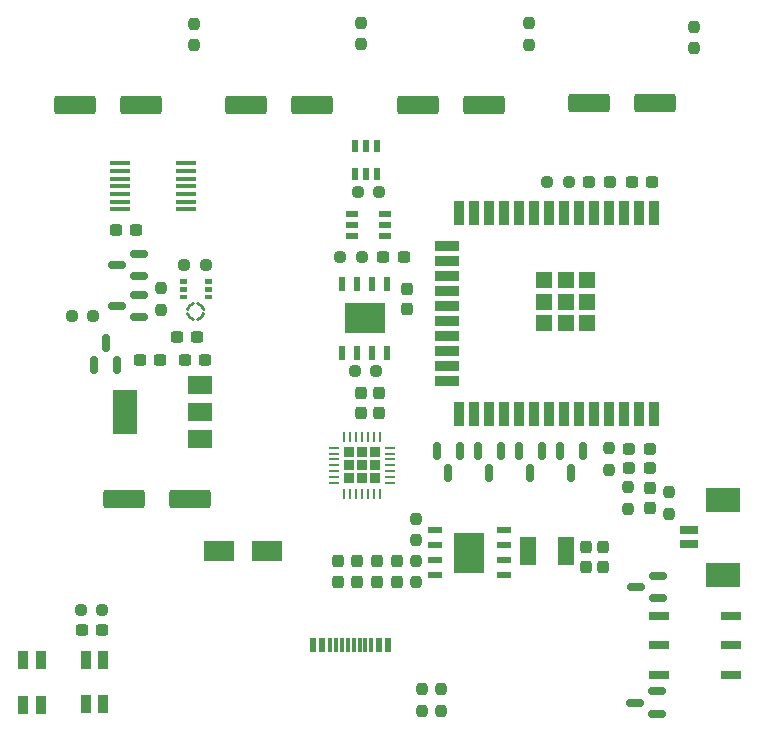
<source format=gbr>
%TF.GenerationSoftware,KiCad,Pcbnew,(6.0.0-0)*%
%TF.CreationDate,2022-03-09T17:47:02+01:00*%
%TF.ProjectId,GlowCore,476c6f77-436f-4726-952e-6b696361645f,rev?*%
%TF.SameCoordinates,Original*%
%TF.FileFunction,Paste,Top*%
%TF.FilePolarity,Positive*%
%FSLAX46Y46*%
G04 Gerber Fmt 4.6, Leading zero omitted, Abs format (unit mm)*
G04 Created by KiCad (PCBNEW (6.0.0-0)) date 2022-03-09 17:47:02*
%MOMM*%
%LPD*%
G01*
G04 APERTURE LIST*
G04 Aperture macros list*
%AMRoundRect*
0 Rectangle with rounded corners*
0 $1 Rounding radius*
0 $2 $3 $4 $5 $6 $7 $8 $9 X,Y pos of 4 corners*
0 Add a 4 corners polygon primitive as box body*
4,1,4,$2,$3,$4,$5,$6,$7,$8,$9,$2,$3,0*
0 Add four circle primitives for the rounded corners*
1,1,$1+$1,$2,$3*
1,1,$1+$1,$4,$5*
1,1,$1+$1,$6,$7*
1,1,$1+$1,$8,$9*
0 Add four rect primitives between the rounded corners*
20,1,$1+$1,$2,$3,$4,$5,0*
20,1,$1+$1,$4,$5,$6,$7,0*
20,1,$1+$1,$6,$7,$8,$9,0*
20,1,$1+$1,$8,$9,$2,$3,0*%
G04 Aperture macros list end*
%ADD10C,0.240000*%
%ADD11C,0.010000*%
%ADD12RoundRect,0.150000X-0.150000X0.587500X-0.150000X-0.587500X0.150000X-0.587500X0.150000X0.587500X0*%
%ADD13R,2.500000X1.800000*%
%ADD14RoundRect,0.237500X-0.237500X0.250000X-0.237500X-0.250000X0.237500X-0.250000X0.237500X0.250000X0*%
%ADD15RoundRect,0.237500X0.237500X-0.250000X0.237500X0.250000X-0.237500X0.250000X-0.237500X-0.250000X0*%
%ADD16R,0.900000X1.500000*%
%ADD17RoundRect,0.237500X0.300000X0.237500X-0.300000X0.237500X-0.300000X-0.237500X0.300000X-0.237500X0*%
%ADD18RoundRect,0.237500X0.237500X-0.300000X0.237500X0.300000X-0.237500X0.300000X-0.237500X-0.300000X0*%
%ADD19RoundRect,0.237500X-0.237500X0.300000X-0.237500X-0.300000X0.237500X-0.300000X0.237500X0.300000X0*%
%ADD20R,2.000000X1.500000*%
%ADD21R,2.000000X3.800000*%
%ADD22RoundRect,0.150000X0.587500X0.150000X-0.587500X0.150000X-0.587500X-0.150000X0.587500X-0.150000X0*%
%ADD23RoundRect,0.250000X1.500000X0.550000X-1.500000X0.550000X-1.500000X-0.550000X1.500000X-0.550000X0*%
%ADD24RoundRect,0.237500X-0.250000X-0.237500X0.250000X-0.237500X0.250000X0.237500X-0.250000X0.237500X0*%
%ADD25R,0.600000X1.300000*%
%ADD26R,0.300000X1.300000*%
%ADD27RoundRect,0.237500X-0.287500X-0.237500X0.287500X-0.237500X0.287500X0.237500X-0.287500X0.237500X0*%
%ADD28R,0.600000X1.200000*%
%ADD29R,3.499873X2.500000*%
%ADD30R,1.400000X2.400000*%
%ADD31RoundRect,0.237500X0.250000X0.237500X-0.250000X0.237500X-0.250000X-0.237500X0.250000X-0.237500X0*%
%ADD32RoundRect,0.150000X0.150000X-0.587500X0.150000X0.587500X-0.150000X0.587500X-0.150000X-0.587500X0*%
%ADD33RoundRect,0.237500X-0.300000X-0.237500X0.300000X-0.237500X0.300000X0.237500X-0.300000X0.237500X0*%
%ADD34RoundRect,0.237500X0.287500X0.237500X-0.287500X0.237500X-0.287500X-0.237500X0.287500X-0.237500X0*%
%ADD35R,1.800000X0.700000*%
%ADD36R,0.900000X0.900000*%
%ADD37R,0.250000X0.900000*%
%ADD38R,0.900000X0.250000*%
%ADD39R,1.200000X0.600000*%
%ADD40R,2.500000X3.499873*%
%ADD41R,1.676400X0.355600*%
%ADD42R,1.000000X0.550013*%
%ADD43R,0.900000X2.000000*%
%ADD44R,2.000000X0.900000*%
%ADD45R,1.330000X1.330000*%
%ADD46R,0.532004X1.072009*%
%ADD47R,3.000000X2.100000*%
%ADD48R,1.600000X0.800000*%
G04 APERTURE END LIST*
D10*
%TO.C,MK1*%
X108503000Y-78417600D02*
G75*
G03*
X107993000Y-77907600I-696673J-186673D01*
G01*
X107993000Y-79267600D02*
G75*
G03*
X108503000Y-78757600I-186673J696673D01*
G01*
X107653000Y-77907600D02*
G75*
G03*
X107143000Y-78417600I186673J-696673D01*
G01*
X107143000Y-78757600D02*
G75*
G03*
X107653000Y-79267600I696673J186673D01*
G01*
D11*
X106498000Y-77162600D02*
X106998000Y-77162600D01*
X106998000Y-77162600D02*
X106998000Y-77462600D01*
X106998000Y-77462600D02*
X106498000Y-77462600D01*
X106498000Y-77462600D02*
X106498000Y-77162600D01*
G36*
X106998000Y-77462600D02*
G01*
X106498000Y-77462600D01*
X106498000Y-77162600D01*
X106998000Y-77162600D01*
X106998000Y-77462600D01*
G37*
X106998000Y-77462600D02*
X106498000Y-77462600D01*
X106498000Y-77162600D01*
X106998000Y-77162600D01*
X106998000Y-77462600D01*
X106498000Y-76512600D02*
X106998000Y-76512600D01*
X106998000Y-76512600D02*
X106998000Y-76812600D01*
X106998000Y-76812600D02*
X106498000Y-76812600D01*
X106498000Y-76812600D02*
X106498000Y-76512600D01*
G36*
X106998000Y-76812600D02*
G01*
X106498000Y-76812600D01*
X106498000Y-76512600D01*
X106998000Y-76512600D01*
X106998000Y-76812600D01*
G37*
X106998000Y-76812600D02*
X106498000Y-76812600D01*
X106498000Y-76512600D01*
X106998000Y-76512600D01*
X106998000Y-76812600D01*
X108648000Y-77162600D02*
X109148000Y-77162600D01*
X109148000Y-77162600D02*
X109148000Y-77462600D01*
X109148000Y-77462600D02*
X108648000Y-77462600D01*
X108648000Y-77462600D02*
X108648000Y-77162600D01*
G36*
X109148000Y-77462600D02*
G01*
X108648000Y-77462600D01*
X108648000Y-77162600D01*
X109148000Y-77162600D01*
X109148000Y-77462600D01*
G37*
X109148000Y-77462600D02*
X108648000Y-77462600D01*
X108648000Y-77162600D01*
X109148000Y-77162600D01*
X109148000Y-77462600D01*
X106498000Y-75862600D02*
X106998000Y-75862600D01*
X106998000Y-75862600D02*
X106998000Y-76162600D01*
X106998000Y-76162600D02*
X106498000Y-76162600D01*
X106498000Y-76162600D02*
X106498000Y-75862600D01*
G36*
X106998000Y-76162600D02*
G01*
X106498000Y-76162600D01*
X106498000Y-75862600D01*
X106998000Y-75862600D01*
X106998000Y-76162600D01*
G37*
X106998000Y-76162600D02*
X106498000Y-76162600D01*
X106498000Y-75862600D01*
X106998000Y-75862600D01*
X106998000Y-76162600D01*
X108648000Y-75862600D02*
X109148000Y-75862600D01*
X109148000Y-75862600D02*
X109148000Y-76162600D01*
X109148000Y-76162600D02*
X108648000Y-76162600D01*
X108648000Y-76162600D02*
X108648000Y-75862600D01*
G36*
X109148000Y-76162600D02*
G01*
X108648000Y-76162600D01*
X108648000Y-75862600D01*
X109148000Y-75862600D01*
X109148000Y-76162600D01*
G37*
X109148000Y-76162600D02*
X108648000Y-76162600D01*
X108648000Y-75862600D01*
X109148000Y-75862600D01*
X109148000Y-76162600D01*
X108648000Y-76512600D02*
X109148000Y-76512600D01*
X109148000Y-76512600D02*
X109148000Y-76812600D01*
X109148000Y-76812600D02*
X108648000Y-76812600D01*
X108648000Y-76812600D02*
X108648000Y-76512600D01*
G36*
X109148000Y-76812600D02*
G01*
X108648000Y-76812600D01*
X108648000Y-76512600D01*
X109148000Y-76512600D01*
X109148000Y-76812600D01*
G37*
X109148000Y-76812600D02*
X108648000Y-76812600D01*
X108648000Y-76512600D01*
X109148000Y-76512600D01*
X109148000Y-76812600D01*
%TD*%
D12*
%TO.C,Q6*%
X130185200Y-90375500D03*
X128285200Y-90375500D03*
X129235200Y-92250500D03*
%TD*%
D13*
%TO.C,D1*%
X109830900Y-98882200D03*
X113830900Y-98882200D03*
%TD*%
D14*
%TO.C,R17*%
X104927400Y-76608300D03*
X104927400Y-78433300D03*
%TD*%
D15*
%TO.C,R7*%
X121869200Y-55954300D03*
X121869200Y-54129300D03*
%TD*%
D16*
%TO.C,SW2*%
X100013200Y-108056600D03*
X100013200Y-111856600D03*
X98513200Y-111856600D03*
X98513200Y-108056600D03*
%TD*%
D17*
%TO.C,C21*%
X125449500Y-73964800D03*
X123724500Y-73964800D03*
%TD*%
%TO.C,C19*%
X107950000Y-80735600D03*
X106225000Y-80735600D03*
%TD*%
D18*
%TO.C,C12*%
X121526300Y-101446500D03*
X121526300Y-99721500D03*
%TD*%
D19*
%TO.C,C13*%
X125699394Y-76673242D03*
X125699394Y-78398242D03*
%TD*%
D20*
%TO.C,U6*%
X108179000Y-89371200D03*
X108179000Y-87071200D03*
X108179000Y-84771200D03*
D21*
X101879000Y-87071200D03*
%TD*%
D18*
%TO.C,C2*%
X146329400Y-95248900D03*
X146329400Y-93523900D03*
%TD*%
D22*
%TO.C,Q3*%
X103070900Y-75600600D03*
X103070900Y-73700600D03*
X101195900Y-74650600D03*
%TD*%
%TO.C,Q4*%
X146885900Y-112659200D03*
X146885900Y-110759200D03*
X145010900Y-111709200D03*
%TD*%
D15*
%TO.C,R8*%
X150037800Y-56284500D03*
X150037800Y-54459500D03*
%TD*%
D23*
%TO.C,C7*%
X117684200Y-61061600D03*
X112084200Y-61061600D03*
%TD*%
D12*
%TO.C,Q7*%
X137127866Y-90375500D03*
X135227866Y-90375500D03*
X136177866Y-92250500D03*
%TD*%
D16*
%TO.C,SW3*%
X94748300Y-108061200D03*
X94748300Y-111861200D03*
X93248300Y-108061200D03*
X93248300Y-111861200D03*
%TD*%
D24*
%TO.C,R19*%
X137619100Y-67614800D03*
X139444100Y-67614800D03*
%TD*%
D25*
%TO.C,USB1*%
X117754800Y-106822100D03*
X118554800Y-106822100D03*
D26*
X119704800Y-106822100D03*
X120704800Y-106822100D03*
X121204800Y-106822100D03*
X122204800Y-106822100D03*
D25*
X124154800Y-106822100D03*
X123354800Y-106822100D03*
D26*
X122704800Y-106822100D03*
X121704800Y-106822100D03*
X120204800Y-106822100D03*
X119204800Y-106822100D03*
%TD*%
D15*
%TO.C,R6*%
X107670600Y-56057800D03*
X107670600Y-54232800D03*
%TD*%
D27*
%TO.C,D3*%
X144540000Y-90220800D03*
X146290000Y-90220800D03*
%TD*%
D28*
%TO.C,U4*%
X120263790Y-82069648D03*
X121533793Y-82069648D03*
X122803795Y-82069648D03*
X124073798Y-82069648D03*
X124073798Y-76253036D03*
X122803795Y-76253036D03*
X121533793Y-76253036D03*
X120263790Y-76253036D03*
D29*
X122168794Y-79161342D03*
%TD*%
D12*
%TO.C,Q8*%
X133656533Y-90375500D03*
X131756533Y-90375500D03*
X132706533Y-92250500D03*
%TD*%
D17*
%TO.C,C17*%
X104850100Y-82702400D03*
X103125100Y-82702400D03*
%TD*%
D18*
%TO.C,C20*%
X121843800Y-87198200D03*
X121843800Y-85473200D03*
%TD*%
D30*
%TO.C,L1*%
X139191800Y-98856800D03*
X135991800Y-98856800D03*
%TD*%
D31*
%TO.C,R18*%
X99159700Y-78994000D03*
X97334700Y-78994000D03*
%TD*%
%TO.C,R16*%
X108711200Y-74639600D03*
X106886200Y-74639600D03*
%TD*%
D24*
%TO.C,R20*%
X98096700Y-103835200D03*
X99921700Y-103835200D03*
%TD*%
%TO.C,R22*%
X120095000Y-73964800D03*
X121920000Y-73964800D03*
%TD*%
D32*
%TO.C,Q5*%
X99253000Y-83157300D03*
X101153000Y-83157300D03*
X100203000Y-81282300D03*
%TD*%
D23*
%TO.C,C9*%
X103231600Y-61112400D03*
X97631600Y-61112400D03*
%TD*%
D27*
%TO.C,D2*%
X144551400Y-91871800D03*
X146301400Y-91871800D03*
%TD*%
D15*
%TO.C,R4*%
X142849600Y-91971500D03*
X142849600Y-90146500D03*
%TD*%
%TO.C,R5*%
X126517400Y-101496500D03*
X126517400Y-99671500D03*
%TD*%
D22*
%TO.C,Q1*%
X147012900Y-102880200D03*
X147012900Y-100980200D03*
X145137900Y-101930200D03*
%TD*%
D15*
%TO.C,R3*%
X144475200Y-95298900D03*
X144475200Y-93473900D03*
%TD*%
D33*
%TO.C,C16*%
X106935100Y-82702400D03*
X108660100Y-82702400D03*
%TD*%
D19*
%TO.C,C3*%
X142348100Y-98527700D03*
X142348100Y-100252700D03*
%TD*%
D34*
%TO.C,D5*%
X142886400Y-67614800D03*
X141136400Y-67614800D03*
%TD*%
D19*
%TO.C,C15*%
X123342400Y-85473200D03*
X123342400Y-87198200D03*
%TD*%
D35*
%TO.C,SW1*%
X147063936Y-109332451D03*
X147063936Y-106832324D03*
X147063936Y-104332451D03*
X153164064Y-109332451D03*
X153164064Y-106832324D03*
X153164064Y-104332451D03*
%TD*%
D14*
%TO.C,R9*%
X136067800Y-54182000D03*
X136067800Y-56007000D03*
%TD*%
D12*
%TO.C,Q9*%
X140599200Y-90375500D03*
X138699200Y-90375500D03*
X139649200Y-92250500D03*
%TD*%
D36*
%TO.C,U5*%
X121911101Y-90514000D03*
X120811101Y-91614000D03*
X120811101Y-92714000D03*
X123011101Y-91614000D03*
X123011101Y-92714000D03*
X123011101Y-90514000D03*
X121911101Y-92714000D03*
X121911101Y-91614000D03*
X120811101Y-90514000D03*
D37*
X123411100Y-89213987D03*
X122911100Y-89213987D03*
X122411100Y-89213987D03*
X121911100Y-89213987D03*
X121411101Y-89213987D03*
X120911101Y-89213987D03*
X120411101Y-89213987D03*
D38*
X119511087Y-90114001D03*
X119511087Y-90614001D03*
X119511087Y-91114001D03*
X119511087Y-91614001D03*
X119511087Y-92114000D03*
X119511087Y-92614000D03*
X119511087Y-93114000D03*
D37*
X120411101Y-94014014D03*
X120911101Y-94014014D03*
X121411101Y-94014014D03*
X121911100Y-94014014D03*
X122411100Y-94014014D03*
X122911100Y-94014014D03*
X123411100Y-94014014D03*
D38*
X124311114Y-93114000D03*
X124311114Y-92614000D03*
X124311114Y-92114000D03*
X124311114Y-91614001D03*
X124311114Y-91114001D03*
X124311114Y-90614001D03*
X124311114Y-90114001D03*
%TD*%
D23*
%TO.C,C6*%
X146716400Y-60909200D03*
X141116400Y-60909200D03*
%TD*%
D24*
%TO.C,R21*%
X121542201Y-68499692D03*
X123367201Y-68499692D03*
%TD*%
D15*
%TO.C,R10*%
X126492000Y-97965900D03*
X126492000Y-96140900D03*
%TD*%
D39*
%TO.C,U1*%
X133921506Y-100914204D03*
X133921506Y-99644201D03*
X133921506Y-98374199D03*
X133921506Y-97104196D03*
X128104894Y-97104196D03*
X128104894Y-98374199D03*
X128104894Y-99644201D03*
X128104894Y-100914204D03*
D40*
X131013200Y-99009200D03*
%TD*%
D23*
%TO.C,C8*%
X132263800Y-61137800D03*
X126663800Y-61137800D03*
%TD*%
D41*
%TO.C,U3*%
X107035600Y-69945801D03*
X107035600Y-69295800D03*
X107035600Y-68645799D03*
X107035600Y-67995800D03*
X107035600Y-67345801D03*
X107035600Y-66695800D03*
X107035600Y-66045801D03*
X101396800Y-66045799D03*
X101396800Y-66695800D03*
X101396800Y-67345799D03*
X101396800Y-67995800D03*
X101396800Y-68645799D03*
X101396800Y-69295800D03*
X101396800Y-69945799D03*
%TD*%
D18*
%TO.C,C10*%
X124853700Y-101446500D03*
X124853700Y-99721500D03*
%TD*%
D19*
%TO.C,C1*%
X140849500Y-98526600D03*
X140849500Y-100251600D03*
%TD*%
D42*
%TO.C,U9*%
X123904251Y-72235316D03*
X123904251Y-71285354D03*
X123904251Y-70335392D03*
X121104149Y-70335392D03*
X121104149Y-71285354D03*
X121104149Y-72235316D03*
%TD*%
D18*
%TO.C,C11*%
X123190000Y-101446500D03*
X123190000Y-99721500D03*
%TD*%
D33*
%TO.C,C5*%
X144780000Y-67614800D03*
X146505000Y-67614800D03*
%TD*%
D22*
%TO.C,Q2*%
X103070900Y-79080400D03*
X103070900Y-77180400D03*
X101195900Y-78130400D03*
%TD*%
D17*
%TO.C,C18*%
X99922500Y-105587800D03*
X98197500Y-105587800D03*
%TD*%
D43*
%TO.C,U2*%
X146653250Y-70256800D03*
X145383250Y-70256800D03*
X144113250Y-70256800D03*
X142843250Y-70256800D03*
X141573250Y-70256800D03*
X140303250Y-70256800D03*
X139033250Y-70256800D03*
X137763250Y-70256800D03*
X136493250Y-70256800D03*
X135223250Y-70256800D03*
X133953250Y-70256800D03*
X132683250Y-70256800D03*
X131413250Y-70256800D03*
X130143250Y-70256800D03*
D44*
X129143250Y-73041800D03*
X129143250Y-74311800D03*
X129143250Y-75581800D03*
X129143250Y-76851800D03*
X129143250Y-78121800D03*
X129143250Y-79391800D03*
X129143250Y-80661800D03*
X129143250Y-81931800D03*
X129143250Y-83201800D03*
X129143250Y-84471800D03*
D43*
X130143250Y-87256800D03*
X131413250Y-87256800D03*
X132683250Y-87256800D03*
X133953250Y-87256800D03*
X135223250Y-87256800D03*
X136493250Y-87256800D03*
X137763250Y-87256800D03*
X139033250Y-87256800D03*
X140303250Y-87256800D03*
X141573250Y-87256800D03*
X142843250Y-87256800D03*
X144113250Y-87256800D03*
X145383250Y-87256800D03*
X146653250Y-87256800D03*
D45*
X140988250Y-75921800D03*
X140988250Y-77756800D03*
X140988250Y-79591800D03*
X139153250Y-75921800D03*
X139153250Y-77756800D03*
X139153250Y-79591800D03*
X137318250Y-75921800D03*
X137318250Y-77756800D03*
X137318250Y-79591800D03*
%TD*%
D17*
%TO.C,C4*%
X102792700Y-71678800D03*
X101067700Y-71678800D03*
%TD*%
D24*
%TO.C,R14*%
X121307094Y-83631742D03*
X123132094Y-83631742D03*
%TD*%
D15*
%TO.C,R1*%
X128625600Y-112393100D03*
X128625600Y-110568100D03*
%TD*%
D18*
%TO.C,C14*%
X119862600Y-101446500D03*
X119862600Y-99721500D03*
%TD*%
D46*
%TO.C,U10*%
X121325638Y-66909698D03*
X122275600Y-66909698D03*
X123225562Y-66909698D03*
X123225562Y-64611502D03*
X122275600Y-64611502D03*
X121325638Y-64611502D03*
%TD*%
D15*
%TO.C,R11*%
X147929600Y-95705300D03*
X147929600Y-93880300D03*
%TD*%
D23*
%TO.C,C22*%
X107346400Y-94437200D03*
X101746400Y-94437200D03*
%TD*%
D15*
%TO.C,R2*%
X126974600Y-112395000D03*
X126974600Y-110570000D03*
%TD*%
D47*
%TO.C,U7*%
X152520209Y-94513394D03*
X152520209Y-100863406D03*
D48*
X149620285Y-98313495D03*
X149620285Y-97063305D03*
%TD*%
M02*

</source>
